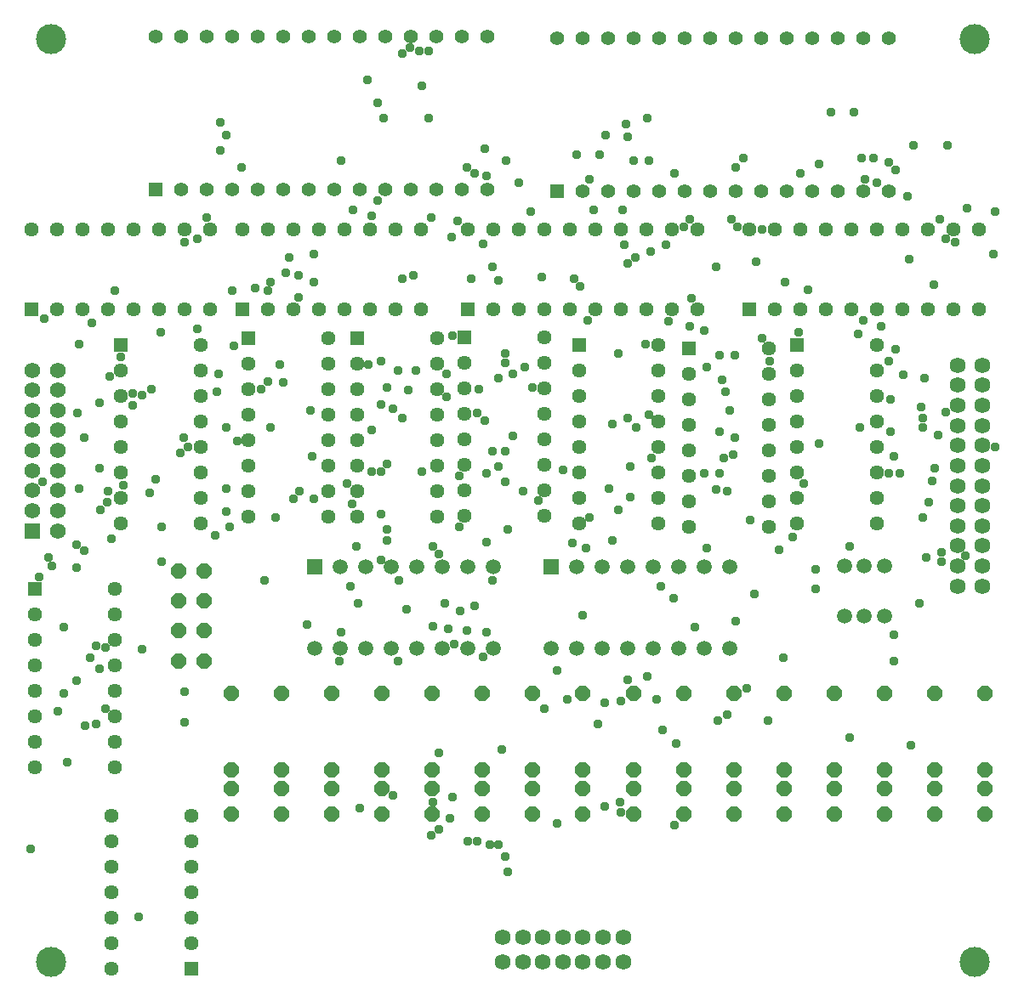
<source format=gbr>
G04 EAGLE Gerber RS-274X export*
G75*
%MOMM*%
%FSLAX34Y34*%
%LPD*%
%INSoldermask Bottom*%
%IPPOS*%
%AMOC8*
5,1,8,0,0,1.08239X$1,22.5*%
G01*
%ADD10R,1.441200X1.441200*%
%ADD11C,1.441200*%
%ADD12R,1.511200X1.511200*%
%ADD13C,1.511200*%
%ADD14R,1.561200X1.561200*%
%ADD15C,1.561200*%
%ADD16C,1.584200*%
%ADD17R,1.419200X1.419200*%
%ADD18C,1.419200*%
%ADD19P,1.649562X8X292.500000*%
%ADD20P,1.649562X8X202.500000*%
%ADD21C,3.003200*%
%ADD22C,0.959600*%


D10*
X675300Y651500D03*
D11*
X675300Y626100D03*
X675300Y600700D03*
X675300Y575300D03*
X675300Y549900D03*
X675300Y524500D03*
X675300Y499100D03*
X675300Y473700D03*
X754700Y473700D03*
X754700Y499100D03*
X754700Y524500D03*
X754700Y549900D03*
X754700Y575300D03*
X754700Y600700D03*
X754700Y626100D03*
X754700Y651500D03*
D10*
X237100Y661500D03*
D11*
X237100Y636100D03*
X237100Y610700D03*
X237100Y585300D03*
X237100Y559900D03*
X237100Y534500D03*
X237100Y509100D03*
X237100Y483700D03*
X316500Y483700D03*
X316500Y509100D03*
X316500Y534500D03*
X316500Y559900D03*
X316500Y585300D03*
X316500Y610700D03*
X316500Y636100D03*
X316500Y661500D03*
D10*
X452280Y662780D03*
D11*
X452280Y637380D03*
X452280Y611980D03*
X452280Y586580D03*
X452280Y561180D03*
X452280Y535780D03*
X452280Y510380D03*
X452280Y484980D03*
X531680Y484980D03*
X531680Y510380D03*
X531680Y535780D03*
X531680Y561180D03*
X531680Y586580D03*
X531680Y611980D03*
X531680Y637380D03*
X531680Y662780D03*
D10*
X345000Y661500D03*
D11*
X345000Y636100D03*
X345000Y610700D03*
X345000Y585300D03*
X345000Y559900D03*
X345000Y534500D03*
X345000Y509100D03*
X345000Y483700D03*
X424400Y483700D03*
X424400Y509100D03*
X424400Y534500D03*
X424400Y559900D03*
X424400Y585300D03*
X424400Y610700D03*
X424400Y636100D03*
X424400Y661500D03*
D10*
X782800Y654700D03*
D11*
X782800Y629300D03*
X782800Y603900D03*
X782800Y578500D03*
X782800Y553100D03*
X782800Y527700D03*
X782800Y502300D03*
X782800Y476900D03*
X862200Y476900D03*
X862200Y502300D03*
X862200Y527700D03*
X862200Y553100D03*
X862200Y578500D03*
X862200Y603900D03*
X862200Y629300D03*
X862200Y654700D03*
D10*
X24700Y411500D03*
D11*
X24700Y386100D03*
X24700Y360700D03*
X24700Y335300D03*
X24700Y309900D03*
X24700Y284500D03*
X24700Y259100D03*
X24700Y233700D03*
X104100Y233700D03*
X104100Y259100D03*
X104100Y284500D03*
X104100Y309900D03*
X104100Y335300D03*
X104100Y360700D03*
X104100Y386100D03*
X104100Y411500D03*
D10*
X565800Y654700D03*
D11*
X565800Y629300D03*
X565800Y603900D03*
X565800Y578500D03*
X565800Y553100D03*
X565800Y527700D03*
X565800Y502300D03*
X565800Y476900D03*
X645200Y476900D03*
X645200Y502300D03*
X645200Y527700D03*
X645200Y553100D03*
X645200Y578500D03*
X645200Y603900D03*
X645200Y629300D03*
X645200Y654700D03*
D10*
X109800Y654700D03*
D11*
X109800Y629300D03*
X109800Y603900D03*
X109800Y578500D03*
X109800Y553100D03*
X109800Y527700D03*
X109800Y502300D03*
X109800Y476900D03*
X189200Y476900D03*
X189200Y502300D03*
X189200Y527700D03*
X189200Y553100D03*
X189200Y578500D03*
X189200Y603900D03*
X189200Y629300D03*
X189200Y654700D03*
D12*
X538100Y433900D03*
D13*
X563500Y433900D03*
X588900Y433900D03*
X614300Y433900D03*
X639700Y433900D03*
X665100Y433900D03*
X690500Y433900D03*
X715900Y433900D03*
X715900Y352900D03*
X690500Y352900D03*
X665100Y352900D03*
X639700Y352900D03*
X614300Y352900D03*
X588900Y352900D03*
X563500Y352900D03*
X538100Y352900D03*
D12*
X302470Y433490D03*
D13*
X327870Y433490D03*
X353270Y433490D03*
X378670Y433490D03*
X404070Y433490D03*
X429470Y433490D03*
X454870Y433490D03*
X480270Y433490D03*
X480270Y352490D03*
X454870Y352490D03*
X429470Y352490D03*
X404070Y352490D03*
X378670Y352490D03*
X353270Y352490D03*
X327870Y352490D03*
X302470Y352490D03*
D14*
X21800Y469800D03*
D15*
X46800Y469800D03*
X21800Y489800D03*
X46800Y489800D03*
X21800Y509800D03*
X46800Y509800D03*
X21800Y529800D03*
X46800Y529800D03*
X21800Y549800D03*
X46800Y549800D03*
X21800Y569800D03*
X46800Y569800D03*
X21800Y589800D03*
X46800Y589800D03*
X21800Y609800D03*
X46800Y609800D03*
X21800Y629800D03*
X46800Y629800D03*
D16*
X967700Y634700D03*
X942700Y634700D03*
X967700Y614700D03*
X942700Y614700D03*
X967700Y594700D03*
X942700Y594700D03*
X967700Y574700D03*
X942700Y574700D03*
X967700Y554700D03*
X942700Y554700D03*
X967700Y534700D03*
X942700Y534700D03*
X967700Y514700D03*
X942700Y514700D03*
X967700Y494700D03*
X942700Y494700D03*
X967700Y474700D03*
X942700Y474700D03*
X967700Y454700D03*
X942700Y454700D03*
X967700Y434700D03*
X942700Y434700D03*
X967700Y414700D03*
X942700Y414700D03*
D17*
X544400Y807900D03*
D18*
X569800Y807900D03*
X595200Y807900D03*
X620600Y807900D03*
X646000Y807900D03*
X671400Y807900D03*
X696800Y807900D03*
X722200Y807900D03*
X747600Y807900D03*
X773000Y807900D03*
X798400Y807900D03*
X823800Y807900D03*
X849200Y807900D03*
X874600Y807900D03*
X874600Y960300D03*
X849200Y960300D03*
X823800Y960300D03*
X798400Y960300D03*
X773000Y960300D03*
X747600Y960300D03*
X722200Y960300D03*
X696800Y960300D03*
X671400Y960300D03*
X646000Y960300D03*
X620600Y960300D03*
X595200Y960300D03*
X569800Y960300D03*
X544400Y960300D03*
D17*
X144400Y810100D03*
D18*
X169800Y810100D03*
X195200Y810100D03*
X220600Y810100D03*
X246000Y810100D03*
X271400Y810100D03*
X296800Y810100D03*
X322200Y810100D03*
X347600Y810100D03*
X373000Y810100D03*
X398400Y810100D03*
X423800Y810100D03*
X449200Y810100D03*
X474600Y810100D03*
X474600Y962500D03*
X449200Y962500D03*
X423800Y962500D03*
X398400Y962500D03*
X373000Y962500D03*
X347600Y962500D03*
X322200Y962500D03*
X296800Y962500D03*
X271400Y962500D03*
X246000Y962500D03*
X220600Y962500D03*
X195200Y962500D03*
X169800Y962500D03*
X144400Y962500D03*
D16*
X610000Y40000D03*
X590000Y40000D03*
X570000Y40000D03*
X550000Y40000D03*
X530000Y40000D03*
X510000Y40000D03*
X490000Y40000D03*
X610000Y65000D03*
X590000Y65000D03*
X570000Y65000D03*
X550000Y65000D03*
X530000Y65000D03*
X510000Y65000D03*
X490000Y65000D03*
D10*
X179700Y33800D03*
D11*
X179700Y59200D03*
X179700Y84600D03*
X179700Y110000D03*
X179700Y135400D03*
X179700Y160800D03*
X179700Y186200D03*
X100300Y186200D03*
X100300Y160800D03*
X100300Y135400D03*
X100300Y110000D03*
X100300Y84600D03*
X100300Y59200D03*
X100300Y33800D03*
D10*
X231100Y690300D03*
D11*
X256500Y690300D03*
X281900Y690300D03*
X307300Y690300D03*
X332700Y690300D03*
X358100Y690300D03*
X383500Y690300D03*
X408900Y690300D03*
X408900Y769700D03*
X383500Y769700D03*
X358100Y769700D03*
X332700Y769700D03*
X307300Y769700D03*
X281900Y769700D03*
X256500Y769700D03*
X231100Y769700D03*
D10*
X21100Y690300D03*
D11*
X46500Y690300D03*
X71900Y690300D03*
X97300Y690300D03*
X122700Y690300D03*
X148100Y690300D03*
X173500Y690300D03*
X198900Y690300D03*
X198900Y769700D03*
X173500Y769700D03*
X148100Y769700D03*
X122700Y769700D03*
X97300Y769700D03*
X71900Y769700D03*
X46500Y769700D03*
X21100Y769700D03*
D10*
X455700Y690300D03*
D11*
X481100Y690300D03*
X506500Y690300D03*
X531900Y690300D03*
X557300Y690300D03*
X582700Y690300D03*
X608100Y690300D03*
X633500Y690300D03*
X658900Y690300D03*
X684300Y690300D03*
X684300Y769700D03*
X658900Y769700D03*
X633500Y769700D03*
X608100Y769700D03*
X582700Y769700D03*
X557300Y769700D03*
X531900Y769700D03*
X506500Y769700D03*
X481100Y769700D03*
X455700Y769700D03*
D10*
X735700Y690300D03*
D11*
X761100Y690300D03*
X786500Y690300D03*
X811900Y690300D03*
X837300Y690300D03*
X862700Y690300D03*
X888100Y690300D03*
X913500Y690300D03*
X938900Y690300D03*
X964300Y690300D03*
X964300Y769700D03*
X938900Y769700D03*
X913500Y769700D03*
X888100Y769700D03*
X862700Y769700D03*
X837300Y769700D03*
X811900Y769700D03*
X786500Y769700D03*
X761100Y769700D03*
X735700Y769700D03*
D13*
X830000Y385000D03*
X850000Y385000D03*
X870000Y385000D03*
X830000Y435000D03*
X850000Y435000D03*
X870000Y435000D03*
D19*
X920000Y212700D03*
X920000Y187300D03*
X870000Y212700D03*
X870000Y187300D03*
X820000Y212700D03*
X820000Y187300D03*
X770000Y212700D03*
X770000Y187300D03*
X720000Y212700D03*
X720000Y187300D03*
X670000Y212700D03*
X670000Y187300D03*
X620000Y212700D03*
X620000Y187300D03*
X570000Y212700D03*
X570000Y187300D03*
X520000Y212700D03*
X520000Y187300D03*
X470000Y212700D03*
X470000Y187300D03*
X420000Y212700D03*
X420000Y187300D03*
X370000Y212700D03*
X370000Y187300D03*
X320000Y212700D03*
X320000Y187300D03*
X270000Y212700D03*
X270000Y187300D03*
X220000Y212700D03*
X220000Y187300D03*
X970000Y212700D03*
X970000Y187300D03*
X920000Y308100D03*
X920000Y231900D03*
X870000Y308100D03*
X870000Y231900D03*
X820000Y308100D03*
X820000Y231900D03*
X770000Y308100D03*
X770000Y231900D03*
X720000Y308100D03*
X720000Y231900D03*
X670000Y308100D03*
X670000Y231900D03*
X620000Y308100D03*
X620000Y231900D03*
X570000Y308100D03*
X570000Y231900D03*
X520000Y308100D03*
X520000Y231900D03*
X470000Y308100D03*
X470000Y231900D03*
X420000Y308100D03*
X420000Y231900D03*
X370000Y308100D03*
X370000Y231900D03*
X320000Y308100D03*
X320000Y231900D03*
X270000Y308100D03*
X270000Y231900D03*
X220000Y308100D03*
X220000Y231900D03*
X970000Y308100D03*
X970000Y231900D03*
D20*
X192700Y340000D03*
X167300Y340000D03*
X192700Y370000D03*
X167300Y370000D03*
X192700Y400000D03*
X167300Y400000D03*
X192700Y430000D03*
X167300Y430000D03*
D21*
X40000Y960000D03*
X960000Y960000D03*
X960000Y40000D03*
X40000Y40000D03*
D22*
X804672Y556260D03*
X908304Y582168D03*
X931164Y588264D03*
X637032Y748284D03*
X850392Y819912D03*
X923544Y565404D03*
X908304Y573024D03*
X888492Y624840D03*
X874776Y638556D03*
X867156Y673608D03*
X576072Y483108D03*
X598932Y460248D03*
X643128Y301752D03*
X769620Y342900D03*
X926592Y448056D03*
X906780Y592836D03*
X789432Y516636D03*
X917448Y519684D03*
X880872Y650748D03*
X723900Y772668D03*
X804672Y835152D03*
X874776Y836676D03*
X149352Y667512D03*
X274320Y726948D03*
X341376Y789432D03*
X365760Y798576D03*
X925068Y780288D03*
X847344Y841248D03*
X729996Y841248D03*
X635508Y838200D03*
X131064Y605028D03*
X286512Y723900D03*
X359664Y783336D03*
X918972Y714756D03*
X880872Y829056D03*
X722376Y832104D03*
X620268Y838200D03*
X339852Y496824D03*
X374904Y470916D03*
X420624Y454152D03*
X495300Y470916D03*
X512064Y632460D03*
X566928Y713232D03*
X835152Y454152D03*
X801624Y411480D03*
X569976Y385572D03*
X573024Y452628D03*
X256032Y618744D03*
X390144Y720852D03*
X445008Y778764D03*
X978408Y745236D03*
X979932Y787908D03*
X633984Y880872D03*
X592836Y864108D03*
X580644Y789432D03*
X609600Y789432D03*
X612648Y874776D03*
X79248Y342900D03*
X89916Y490728D03*
X109728Y643128D03*
X173736Y757428D03*
X908304Y483108D03*
X950976Y445008D03*
X932688Y853440D03*
X899160Y853440D03*
X477012Y156972D03*
X754380Y280416D03*
X905256Y397764D03*
X676656Y780288D03*
X893064Y803148D03*
X931164Y760476D03*
X920496Y531876D03*
X329184Y368808D03*
X419100Y166116D03*
X704088Y280416D03*
X911352Y443484D03*
X859536Y841248D03*
X690372Y527304D03*
X659892Y402336D03*
X608076Y300228D03*
X585216Y277368D03*
X437388Y182880D03*
X420624Y199644D03*
X74676Y275844D03*
X426720Y172212D03*
X381000Y205740D03*
X85344Y277368D03*
X53340Y373380D03*
X705612Y568452D03*
X614172Y582168D03*
X464820Y586740D03*
X301752Y717804D03*
X259080Y717804D03*
X185928Y670560D03*
X73152Y562356D03*
X617220Y533400D03*
X595884Y512064D03*
X559308Y457200D03*
X426720Y446532D03*
X374904Y460248D03*
X73152Y449580D03*
X374904Y612648D03*
X222504Y653796D03*
X121920Y606552D03*
X207264Y626364D03*
X140208Y611124D03*
X492252Y548640D03*
X492252Y637032D03*
X80772Y676656D03*
X472440Y579120D03*
X434340Y603504D03*
X396240Y609600D03*
X286512Y702564D03*
X256032Y708660D03*
X220980Y708660D03*
X103632Y708660D03*
X259080Y573024D03*
X112776Y515112D03*
X335280Y516636D03*
X65532Y455676D03*
X121920Y594360D03*
X214884Y512064D03*
X214884Y489204D03*
X288036Y509016D03*
X217932Y473964D03*
X204216Y464820D03*
X150876Y473964D03*
X85344Y355092D03*
X96012Y498348D03*
X99060Y623316D03*
X88392Y332232D03*
X138684Y507492D03*
X169164Y547116D03*
X263652Y483108D03*
X281940Y501396D03*
X368808Y595884D03*
X720852Y562356D03*
X720852Y644652D03*
X606552Y199644D03*
X638556Y542544D03*
X896112Y256032D03*
X755904Y638556D03*
X710184Y542544D03*
X705612Y527304D03*
X794004Y710184D03*
X693420Y452628D03*
X748284Y769620D03*
X748284Y661416D03*
X952500Y790956D03*
X940308Y757428D03*
X598932Y576072D03*
X693420Y632460D03*
X662940Y257556D03*
X649224Y271272D03*
X605028Y490728D03*
X461772Y394716D03*
X554736Y301752D03*
X778764Y463296D03*
X801624Y431292D03*
X733044Y312420D03*
X740664Y406908D03*
X909828Y621792D03*
X550164Y530352D03*
X835152Y263652D03*
X979932Y553212D03*
X440436Y664464D03*
X458724Y720852D03*
X531876Y292608D03*
X426720Y248412D03*
X480060Y733044D03*
X368808Y486156D03*
X432816Y397764D03*
X419100Y781812D03*
X385572Y629412D03*
X381000Y591312D03*
X359664Y569976D03*
X359664Y528828D03*
X486156Y621792D03*
X492252Y646176D03*
X489204Y251460D03*
X473964Y368808D03*
X473964Y458724D03*
X368808Y440436D03*
X420624Y374904D03*
X416052Y947928D03*
X416052Y880872D03*
X473964Y822960D03*
X480060Y420624D03*
X473964Y527304D03*
X499872Y563880D03*
X499872Y626364D03*
X397764Y950976D03*
X472440Y850392D03*
X505968Y816864D03*
X356616Y635508D03*
X329184Y838200D03*
X371856Y880872D03*
X510540Y509016D03*
X486156Y533400D03*
X434340Y626364D03*
X368808Y638556D03*
X338328Y414528D03*
X406908Y947928D03*
X409956Y912876D03*
X614172Y736092D03*
X176784Y553212D03*
X249936Y611124D03*
X400812Y723900D03*
X438912Y762000D03*
X345948Y397764D03*
X574548Y679704D03*
X385572Y339852D03*
X144780Y521208D03*
X131064Y352044D03*
X173736Y309372D03*
X173736Y278892D03*
X390144Y944880D03*
X528828Y722376D03*
X172212Y562356D03*
X205740Y608076D03*
X243840Y711708D03*
X784860Y667512D03*
X470916Y755904D03*
X678180Y701040D03*
X214884Y864108D03*
X647700Y414528D03*
X711708Y608076D03*
X713232Y509016D03*
X344424Y454152D03*
X47244Y289560D03*
X926592Y438912D03*
X690372Y669036D03*
X492252Y518160D03*
X368808Y528828D03*
X409956Y528828D03*
X722376Y379476D03*
X214884Y573024D03*
X225552Y559308D03*
X300228Y544068D03*
X448056Y390144D03*
X252984Y420624D03*
X387096Y420624D03*
X435864Y371856D03*
X301752Y501396D03*
X394716Y391668D03*
X94488Y292608D03*
X94488Y353568D03*
X100584Y461772D03*
X68580Y512064D03*
X88392Y531876D03*
X88392Y597408D03*
X67056Y586740D03*
X65532Y432816D03*
X97536Y509016D03*
X68580Y655320D03*
X632460Y655320D03*
X771144Y717804D03*
X544068Y330708D03*
X492252Y144780D03*
X495300Y129540D03*
X65532Y320040D03*
X53340Y307848D03*
X128016Y85344D03*
X576072Y819912D03*
X493776Y838200D03*
X879348Y339852D03*
X879348Y365760D03*
X914400Y498348D03*
X885444Y527304D03*
X876300Y568452D03*
X876300Y600456D03*
X894588Y740664D03*
X862584Y816864D03*
X786384Y826008D03*
X563880Y844296D03*
X586740Y844296D03*
X41148Y434340D03*
X365760Y896112D03*
X608076Y188976D03*
X633984Y324612D03*
X617220Y502920D03*
X623316Y573024D03*
X635508Y585216D03*
X614172Y862584D03*
X455676Y160020D03*
X621792Y742188D03*
X661416Y826008D03*
X461772Y826008D03*
X544068Y178308D03*
X470916Y344424D03*
X519684Y612648D03*
X605028Y646176D03*
X670560Y772668D03*
X355092Y918972D03*
X591312Y195072D03*
X591312Y298704D03*
X614172Y321564D03*
X681228Y373380D03*
X702564Y510540D03*
X708660Y620268D03*
X742188Y737616D03*
X717804Y780288D03*
X874776Y527304D03*
X716280Y589788D03*
X702564Y733044D03*
X652272Y754380D03*
X230124Y832104D03*
X454152Y832104D03*
X464820Y160020D03*
X440436Y204216D03*
X441960Y356616D03*
X374904Y536448D03*
X298704Y589788D03*
X271272Y617220D03*
X268224Y635508D03*
X185928Y760476D03*
X347472Y193548D03*
X327660Y339852D03*
X295656Y376428D03*
X150876Y438912D03*
X661416Y176784D03*
X713232Y286512D03*
X845820Y573024D03*
X848868Y679704D03*
X839724Y886968D03*
X454152Y370332D03*
X446532Y473964D03*
X446532Y524256D03*
X390144Y582168D03*
X403860Y629412D03*
X301752Y745236D03*
X208788Y848868D03*
X208788Y876300D03*
X19812Y152400D03*
X38100Y443484D03*
X33528Y681228D03*
X466344Y611124D03*
X480060Y548640D03*
X525780Y499872D03*
X486156Y719328D03*
X879348Y544068D03*
X844296Y665988D03*
X611124Y754380D03*
X816864Y886968D03*
X32004Y518160D03*
X28956Y423672D03*
X56388Y239268D03*
X486156Y156972D03*
X277368Y742188D03*
X195072Y781812D03*
X518160Y787908D03*
X560832Y720852D03*
X655320Y678180D03*
X676656Y673608D03*
X705612Y644652D03*
X719328Y545592D03*
X736092Y480060D03*
X765048Y451104D03*
M02*

</source>
